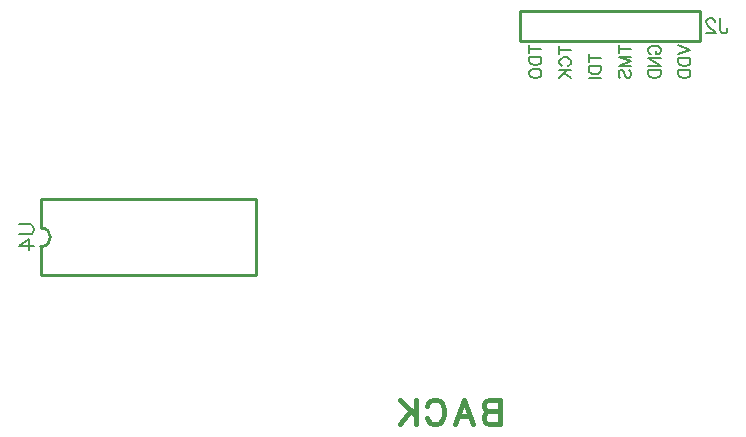
<source format=gbr>
G04 DipTrace 4.0.0.4*
G04 BottomSilk.gbr*
%MOIN*%
G04 #@! TF.FileFunction,Legend,Bot*
G04 #@! TF.Part,Single*
%ADD10C,0.009843*%
%ADD75C,0.00772*%
%ADD77C,0.006176*%
%ADD78C,0.017498*%
%FSLAX26Y26*%
G04*
G70*
G90*
G75*
G01*
G04 BotSilk*
%LPD*%
X2637478Y2599953D2*
D10*
Y2499950D1*
X3237423D1*
Y2599953D1*
X2637478D1*
X1041703Y1972828D2*
X1758199D1*
X1041703Y1720825D2*
X1758199D1*
Y1972828D2*
Y1720825D1*
X1041703Y1972828D2*
Y1878315D1*
Y1815339D2*
Y1720825D1*
Y1878315D2*
G02X1041703Y1815339I-34J-31488D01*
G01*
X2669768Y2473530D2*
D77*
X2709960D1*
X2669768Y2486927D2*
Y2460133D1*
Y2447781D2*
X2709960D1*
Y2434384D1*
X2708014Y2428636D1*
X2704212Y2424789D1*
X2700365Y2422888D1*
X2694661Y2420987D1*
X2685066D1*
X2679318Y2422888D1*
X2675516Y2424789D1*
X2671669Y2428636D1*
X2669768Y2434384D1*
Y2447781D1*
Y2397139D2*
X2671669Y2400986D1*
X2675516Y2404788D1*
X2679318Y2406734D1*
X2685066Y2408635D1*
X2694661D1*
X2700365Y2406734D1*
X2704212Y2404788D1*
X2708014Y2400986D1*
X2709960Y2397139D1*
Y2389490D1*
X2708014Y2385687D1*
X2704212Y2381841D1*
X2700365Y2379939D1*
X2694661Y2378038D1*
X2685066D1*
X2679318Y2379939D1*
X2675516Y2381841D1*
X2671669Y2385687D1*
X2669768Y2389490D1*
Y2397139D1*
X2769074Y2471629D2*
X2809266D1*
X2769074Y2485026D2*
Y2458231D1*
X2778625Y2417184D2*
X2774822Y2419085D1*
X2770975Y2422932D1*
X2769074Y2426735D1*
Y2434384D1*
X2770975Y2438231D1*
X2774822Y2442033D1*
X2778625Y2443979D1*
X2784373Y2445880D1*
X2793967D1*
X2799671Y2443979D1*
X2803518Y2442033D1*
X2807321Y2438231D1*
X2809266Y2434384D1*
Y2426735D1*
X2807321Y2422932D1*
X2803518Y2419085D1*
X2799671Y2417184D1*
X2769074Y2404833D2*
X2809266D1*
X2769074Y2378038D2*
X2795869Y2404833D1*
X2786274Y2395282D2*
X2809266Y2378038D1*
X2868380Y2442933D2*
X2908572D1*
X2868380Y2456330D2*
Y2429535D1*
Y2417184D2*
X2908572D1*
Y2403787D1*
X2906627Y2398039D1*
X2902824Y2394192D1*
X2898978Y2392291D1*
X2893274Y2390389D1*
X2883679D1*
X2877931Y2392291D1*
X2874128Y2394192D1*
X2870282Y2398039D1*
X2868380Y2403787D1*
Y2417184D1*
Y2378038D2*
X2908572D1*
X2967687Y2473530D2*
X3007879D1*
X2967687Y2486927D2*
Y2460133D1*
X3007879Y2417184D2*
X2967687D1*
X3007879Y2432483D1*
X2967687Y2447781D1*
X3007879D1*
X2973435Y2378038D2*
X2969588Y2381841D1*
X2967687Y2387589D1*
Y2395238D1*
X2969588Y2400986D1*
X2973435Y2404833D1*
X2977237D1*
X2981084Y2402887D1*
X2982985Y2400986D1*
X2984887Y2397183D1*
X2988733Y2385687D1*
X2990635Y2381841D1*
X2992580Y2379939D1*
X2996383Y2378038D1*
X3002131D1*
X3005933Y2381841D1*
X3007879Y2387589D1*
Y2395238D1*
X3005933Y2400986D1*
X3002131Y2404833D1*
X3076544Y2456330D2*
X3072741Y2458231D1*
X3068894Y2462078D1*
X3066993Y2465881D1*
Y2473530D1*
X3068894Y2477377D1*
X3072741Y2481179D1*
X3076544Y2483125D1*
X3082292Y2485026D1*
X3091886D1*
X3097590Y2483125D1*
X3101437Y2481179D1*
X3105240Y2477377D1*
X3107185Y2473530D1*
Y2465881D1*
X3105240Y2462078D1*
X3101437Y2458231D1*
X3097590Y2456330D1*
X3091886D1*
Y2465881D1*
X3066993Y2417184D2*
X3107185D1*
X3066993Y2443979D1*
X3107185D1*
X3066993Y2404833D2*
X3107185D1*
Y2391435D1*
X3105240Y2385687D1*
X3101437Y2381841D1*
X3097590Y2379939D1*
X3091886Y2378038D1*
X3082292D1*
X3076544Y2379939D1*
X3072741Y2381841D1*
X3068894Y2385687D1*
X3066993Y2391435D1*
Y2404833D1*
X3166299Y2486927D2*
X3206491Y2471629D1*
X3166299Y2456330D1*
Y2443979D2*
X3206491D1*
Y2430581D1*
X3204546Y2424833D1*
X3200743Y2420987D1*
X3196897Y2419085D1*
X3191193Y2417184D1*
X3181598D1*
X3175850Y2419085D1*
X3172047Y2420987D1*
X3168201Y2424833D1*
X3166299Y2430581D1*
Y2443979D1*
Y2404833D2*
X3206491D1*
Y2391435D1*
X3204546Y2385687D1*
X3200743Y2381841D1*
X3196897Y2379939D1*
X3191193Y2378038D1*
X3181598D1*
X3175850Y2379939D1*
X3172047Y2381841D1*
X3168201Y2385687D1*
X3166299Y2391435D1*
Y2404833D1*
X2570790Y1304618D2*
D78*
Y1224234D1*
X2536302D1*
X2524806Y1228125D1*
X2521003Y1231928D1*
X2517201Y1239533D1*
Y1251029D1*
X2521003Y1258723D1*
X2524806Y1262525D1*
X2536302Y1266328D1*
X2524806Y1270219D1*
X2521003Y1274021D1*
X2517201Y1281626D1*
Y1289320D1*
X2521003Y1296925D1*
X2524806Y1300816D1*
X2536302Y1304618D1*
X2570790D1*
Y1266328D2*
X2536302D1*
X2420922Y1224234D2*
X2451608Y1304618D1*
X2482205Y1224234D1*
X2470709Y1251029D2*
X2432418D1*
X2328535Y1285517D2*
X2332337Y1293122D1*
X2340031Y1300816D1*
X2347636Y1304618D1*
X2362934D1*
X2370628Y1300816D1*
X2378233Y1293122D1*
X2382124Y1285517D1*
X2385927Y1274021D1*
Y1254832D1*
X2382124Y1243424D1*
X2378233Y1235730D1*
X2370628Y1228125D1*
X2362934Y1224234D1*
X2347636D1*
X2340031Y1228125D1*
X2332337Y1235730D1*
X2328535Y1243424D1*
X2293539Y1304618D2*
Y1224234D1*
X2239950Y1304618D2*
X2293539Y1251029D1*
X2274438Y1270219D2*
X2239950Y1224234D1*
X3306201Y2576762D2*
D75*
Y2538516D1*
X3308578Y2531331D1*
X3311010Y2528954D1*
X3315763Y2526522D1*
X3320571D1*
X3325324Y2528954D1*
X3327701Y2531331D1*
X3330133Y2538516D1*
Y2543269D1*
X3288330Y2564769D2*
Y2567146D1*
X3285954Y2571954D1*
X3283577Y2574331D1*
X3278768Y2576707D1*
X3269207D1*
X3264454Y2574331D1*
X3262077Y2571954D1*
X3259645Y2567146D1*
Y2562392D1*
X3262077Y2557584D1*
X3266830Y2550454D1*
X3290762Y2526522D1*
X3257269D1*
X968480Y1889228D2*
X1004350D1*
X1011535Y1886851D1*
X1016288Y1882043D1*
X1018720Y1874858D1*
Y1870105D1*
X1016288Y1862920D1*
X1011535Y1858111D1*
X1004350Y1855735D1*
X968480D1*
X1018720Y1816364D2*
X968536D1*
X1001974Y1840295D1*
Y1804426D1*
M02*

</source>
